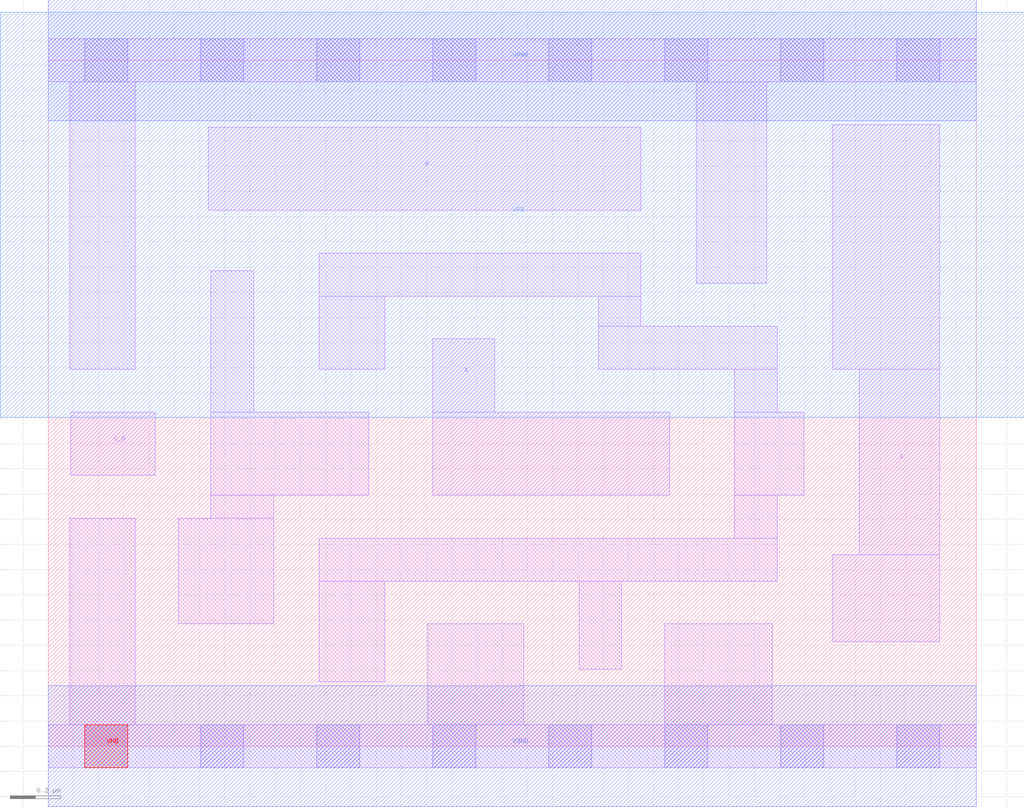
<source format=lef>
# Copyright 2020 The SkyWater PDK Authors
#
# Licensed under the Apache License, Version 2.0 (the "License");
# you may not use this file except in compliance with the License.
# You may obtain a copy of the License at
#
#     https://www.apache.org/licenses/LICENSE-2.0
#
# Unless required by applicable law or agreed to in writing, software
# distributed under the License is distributed on an "AS IS" BASIS,
# WITHOUT WARRANTIES OR CONDITIONS OF ANY KIND, either express or implied.
# See the License for the specific language governing permissions and
# limitations under the License.
#
# SPDX-License-Identifier: Apache-2.0

VERSION 5.7 ;
  NOWIREEXTENSIONATPIN ON ;
  DIVIDERCHAR "/" ;
  BUSBITCHARS "[]" ;
PROPERTYDEFINITIONS
  MACRO maskLayoutSubType STRING ;
  MACRO prCellType STRING ;
  MACRO originalViewName STRING ;
END PROPERTYDEFINITIONS
MACRO sky130_fd_sc_hdll__or3b_1
  CLASS CORE ;
  FOREIGN sky130_fd_sc_hdll__or3b_1 ;
  ORIGIN  0.000000  0.000000 ;
  SIZE  3.680000 BY  2.720000 ;
  SYMMETRY X Y R90 ;
  SITE unithd ;
  PIN A
    ANTENNAGATEAREA  0.138600 ;
    DIRECTION INPUT ;
    USE SIGNAL ;
    PORT
      LAYER li1 ;
        RECT 1.525000 0.995000 2.465000 1.325000 ;
        RECT 1.525000 1.325000 1.770000 1.615000 ;
    END
  END A
  PIN B
    ANTENNAGATEAREA  0.138600 ;
    DIRECTION INPUT ;
    USE SIGNAL ;
    PORT
      LAYER li1 ;
        RECT 0.635000 2.125000 2.350000 2.455000 ;
    END
  END B
  PIN C_N
    ANTENNAGATEAREA  0.138600 ;
    DIRECTION INPUT ;
    USE SIGNAL ;
    PORT
      LAYER li1 ;
        RECT 0.090000 1.075000 0.425000 1.325000 ;
    END
  END C_N
  PIN VGND
    ANTENNADIFFAREA  0.478700 ;
    DIRECTION INOUT ;
    USE SIGNAL ;
    PORT
      LAYER met1 ;
        RECT 0.000000 -0.240000 3.680000 0.240000 ;
    END
  END VGND
  PIN VNB
    PORT
      LAYER pwell ;
        RECT 0.145000 -0.085000 0.315000 0.085000 ;
    END
  END VNB
  PIN VPB
    PORT
      LAYER nwell ;
        RECT -0.190000 1.305000 3.870000 2.910000 ;
    END
  END VPB
  PIN VPWR
    ANTENNADIFFAREA  0.424100 ;
    DIRECTION INOUT ;
    USE SIGNAL ;
    PORT
      LAYER met1 ;
        RECT 0.000000 2.480000 3.680000 2.960000 ;
    END
  END VPWR
  PIN X
    ANTENNADIFFAREA  0.463750 ;
    DIRECTION OUTPUT ;
    USE SIGNAL ;
    PORT
      LAYER li1 ;
        RECT 3.110000 0.415000 3.535000 0.760000 ;
        RECT 3.110000 1.495000 3.535000 2.465000 ;
        RECT 3.215000 0.760000 3.535000 1.495000 ;
    END
  END X
  OBS
    LAYER li1 ;
      RECT 0.000000 -0.085000 3.680000 0.085000 ;
      RECT 0.000000  2.635000 3.680000 2.805000 ;
      RECT 0.085000  0.085000 0.345000 0.905000 ;
      RECT 0.085000  1.495000 0.345000 2.635000 ;
      RECT 0.515000  0.485000 0.895000 0.905000 ;
      RECT 0.645000  0.905000 0.895000 0.995000 ;
      RECT 0.645000  0.995000 1.270000 1.325000 ;
      RECT 0.645000  1.325000 0.815000 1.885000 ;
      RECT 1.075000  0.255000 1.335000 0.655000 ;
      RECT 1.075000  0.655000 2.890000 0.825000 ;
      RECT 1.075000  1.495000 1.335000 1.785000 ;
      RECT 1.075000  1.785000 2.350000 1.955000 ;
      RECT 1.505000  0.085000 1.885000 0.485000 ;
      RECT 2.105000  0.305000 2.275000 0.655000 ;
      RECT 2.180000  1.495000 2.890000 1.665000 ;
      RECT 2.180000  1.665000 2.350000 1.785000 ;
      RECT 2.445000  0.085000 2.870000 0.485000 ;
      RECT 2.570000  1.835000 2.850000 2.635000 ;
      RECT 2.720000  0.825000 2.890000 0.995000 ;
      RECT 2.720000  0.995000 2.995000 1.325000 ;
      RECT 2.720000  1.325000 2.890000 1.495000 ;
    LAYER mcon ;
      RECT 0.145000 -0.085000 0.315000 0.085000 ;
      RECT 0.145000  2.635000 0.315000 2.805000 ;
      RECT 0.605000 -0.085000 0.775000 0.085000 ;
      RECT 0.605000  2.635000 0.775000 2.805000 ;
      RECT 1.065000 -0.085000 1.235000 0.085000 ;
      RECT 1.065000  2.635000 1.235000 2.805000 ;
      RECT 1.525000 -0.085000 1.695000 0.085000 ;
      RECT 1.525000  2.635000 1.695000 2.805000 ;
      RECT 1.985000 -0.085000 2.155000 0.085000 ;
      RECT 1.985000  2.635000 2.155000 2.805000 ;
      RECT 2.445000 -0.085000 2.615000 0.085000 ;
      RECT 2.445000  2.635000 2.615000 2.805000 ;
      RECT 2.905000 -0.085000 3.075000 0.085000 ;
      RECT 2.905000  2.635000 3.075000 2.805000 ;
      RECT 3.365000 -0.085000 3.535000 0.085000 ;
      RECT 3.365000  2.635000 3.535000 2.805000 ;
  END
  PROPERTY maskLayoutSubType "abstract" ;
  PROPERTY prCellType "standard" ;
  PROPERTY originalViewName "layout" ;
END sky130_fd_sc_hdll__or3b_1
END LIBRARY

</source>
